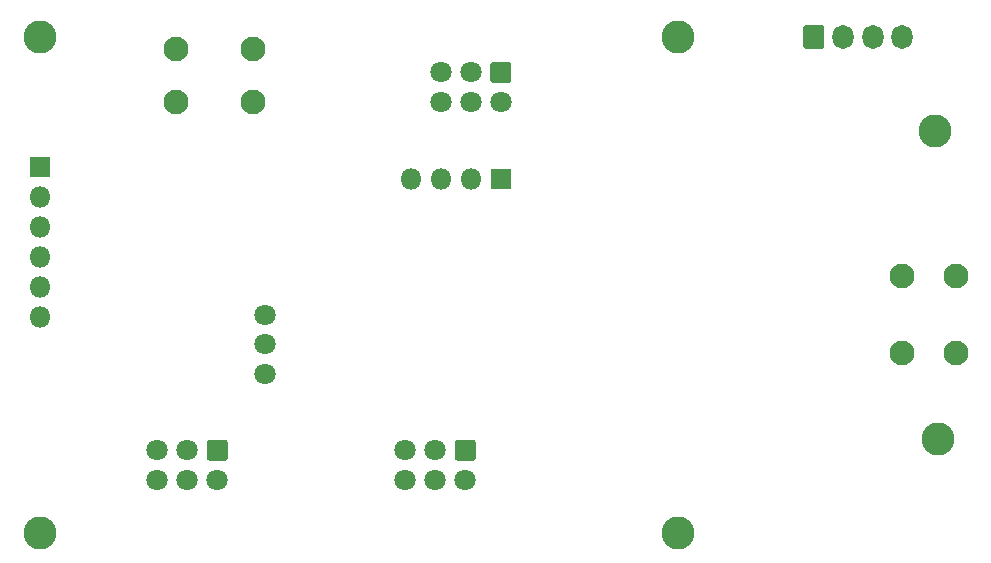
<source format=gbr>
%TF.GenerationSoftware,KiCad,Pcbnew,5.1.6-c6e7f7d~87~ubuntu20.04.1*%
%TF.CreationDate,2020-08-28T13:01:10+02:00*%
%TF.ProjectId,DccModule,4463634d-6f64-4756-9c65-2e6b69636164,rev?*%
%TF.SameCoordinates,Original*%
%TF.FileFunction,Soldermask,Bot*%
%TF.FilePolarity,Negative*%
%FSLAX46Y46*%
G04 Gerber Fmt 4.6, Leading zero omitted, Abs format (unit mm)*
G04 Created by KiCad (PCBNEW 5.1.6-c6e7f7d~87~ubuntu20.04.1) date 2020-08-28 13:01:10*
%MOMM*%
%LPD*%
G01*
G04 APERTURE LIST*
%ADD10C,2.800000*%
%ADD11C,1.800000*%
%ADD12C,2.100000*%
%ADD13O,1.800000X2.050000*%
%ADD14O,1.800000X1.800000*%
%ADD15R,1.800000X1.800000*%
G04 APERTURE END LIST*
D10*
%TO.C,H6*%
X200000000Y-118000000D03*
%TD*%
%TO.C,H5*%
X199750000Y-92000000D03*
%TD*%
%TO.C,H4*%
X178000000Y-126000000D03*
%TD*%
%TO.C,H3*%
X178000000Y-84000000D03*
%TD*%
%TO.C,H2*%
X124000000Y-126000000D03*
%TD*%
%TO.C,H1*%
X124000000Y-84000000D03*
%TD*%
D11*
%TO.C,Y1*%
X143000000Y-107500000D03*
X143000000Y-110000000D03*
X143000000Y-112500000D03*
%TD*%
D12*
%TO.C,SW2*%
X197000000Y-104250000D03*
X201500000Y-104250000D03*
X197000000Y-110750000D03*
X201500000Y-110750000D03*
%TD*%
%TO.C,SW1*%
X142000000Y-85000000D03*
X142000000Y-89500000D03*
X135500000Y-85000000D03*
X135500000Y-89500000D03*
%TD*%
D13*
%TO.C,J6*%
X197000000Y-84000000D03*
X194500000Y-84000000D03*
X192000000Y-84000000D03*
G36*
G01*
X188600000Y-84760294D02*
X188600000Y-83239706D01*
G75*
G02*
X188864706Y-82975000I264706J0D01*
G01*
X190135294Y-82975000D01*
G75*
G02*
X190400000Y-83239706I0J-264706D01*
G01*
X190400000Y-84760294D01*
G75*
G02*
X190135294Y-85025000I-264706J0D01*
G01*
X188864706Y-85025000D01*
G75*
G02*
X188600000Y-84760294I0J264706D01*
G01*
G37*
%TD*%
D11*
%TO.C,J5*%
X157920000Y-89540000D03*
X160460000Y-89540000D03*
X163000000Y-89540000D03*
X157920000Y-87000000D03*
X160460000Y-87000000D03*
G36*
G01*
X162364706Y-86100000D02*
X163635294Y-86100000D01*
G75*
G02*
X163900000Y-86364706I0J-264706D01*
G01*
X163900000Y-87635294D01*
G75*
G02*
X163635294Y-87900000I-264706J0D01*
G01*
X162364706Y-87900000D01*
G75*
G02*
X162100000Y-87635294I0J264706D01*
G01*
X162100000Y-86364706D01*
G75*
G02*
X162364706Y-86100000I264706J0D01*
G01*
G37*
%TD*%
%TO.C,J4*%
X154920000Y-121540000D03*
X157460000Y-121540000D03*
X160000000Y-121540000D03*
X154920000Y-119000000D03*
X157460000Y-119000000D03*
G36*
G01*
X159364706Y-118100000D02*
X160635294Y-118100000D01*
G75*
G02*
X160900000Y-118364706I0J-264706D01*
G01*
X160900000Y-119635294D01*
G75*
G02*
X160635294Y-119900000I-264706J0D01*
G01*
X159364706Y-119900000D01*
G75*
G02*
X159100000Y-119635294I0J264706D01*
G01*
X159100000Y-118364706D01*
G75*
G02*
X159364706Y-118100000I264706J0D01*
G01*
G37*
%TD*%
%TO.C,J3*%
X133920000Y-121540000D03*
X136460000Y-121540000D03*
X139000000Y-121540000D03*
X133920000Y-119000000D03*
X136460000Y-119000000D03*
G36*
G01*
X138364706Y-118100000D02*
X139635294Y-118100000D01*
G75*
G02*
X139900000Y-118364706I0J-264706D01*
G01*
X139900000Y-119635294D01*
G75*
G02*
X139635294Y-119900000I-264706J0D01*
G01*
X138364706Y-119900000D01*
G75*
G02*
X138100000Y-119635294I0J264706D01*
G01*
X138100000Y-118364706D01*
G75*
G02*
X138364706Y-118100000I264706J0D01*
G01*
G37*
%TD*%
D14*
%TO.C,J2*%
X124000000Y-107700000D03*
X124000000Y-105160000D03*
X124000000Y-102620000D03*
X124000000Y-100080000D03*
X124000000Y-97540000D03*
D15*
X124000000Y-95000000D03*
%TD*%
D14*
%TO.C,J1*%
X155380000Y-96000000D03*
X157920000Y-96000000D03*
X160460000Y-96000000D03*
D15*
X163000000Y-96000000D03*
%TD*%
M02*

</source>
